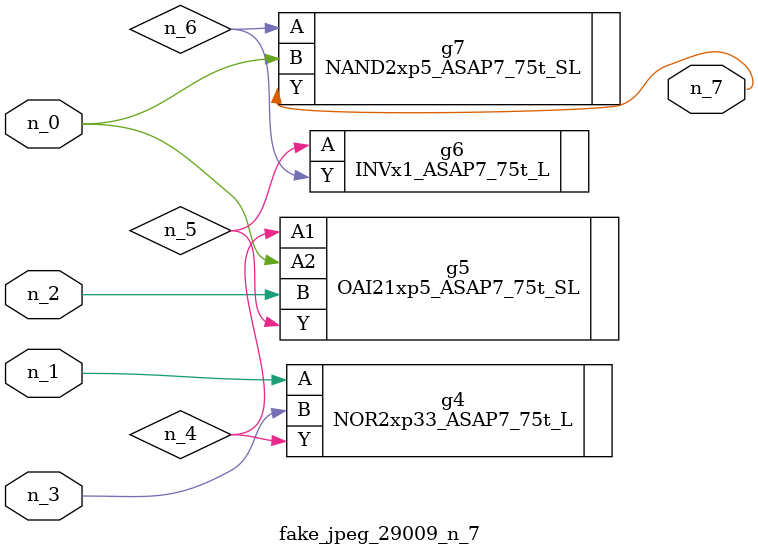
<source format=v>
module fake_jpeg_29009_n_7 (n_0, n_3, n_2, n_1, n_7);

input n_0;
input n_3;
input n_2;
input n_1;

output n_7;

wire n_4;
wire n_6;
wire n_5;

NOR2xp33_ASAP7_75t_L g4 ( 
.A(n_1),
.B(n_3),
.Y(n_4)
);

OAI21xp5_ASAP7_75t_SL g5 ( 
.A1(n_4),
.A2(n_0),
.B(n_2),
.Y(n_5)
);

INVx1_ASAP7_75t_L g6 ( 
.A(n_5),
.Y(n_6)
);

NAND2xp5_ASAP7_75t_SL g7 ( 
.A(n_6),
.B(n_0),
.Y(n_7)
);


endmodule
</source>
